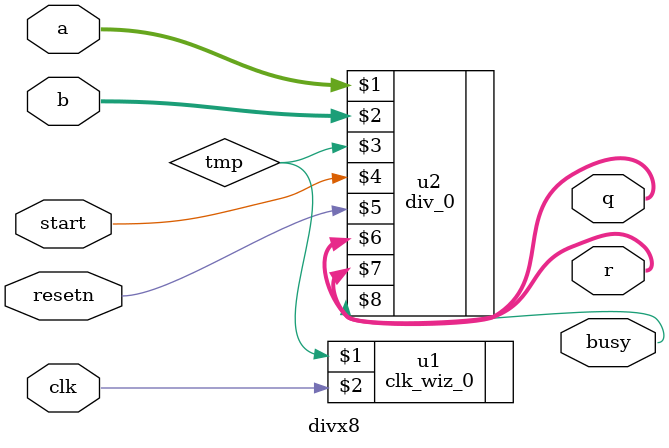
<source format=v>
`timescale 1ns / 1ps


module divx8(
    input [7:0] a, 
    input [7:0] b,
    input clk, 
    input start, 
    input resetn, 
    output [7:0] q,
    output [15:0] r,
    output busy
    );
//    module divu
//    #(parameter WIDTH = 8 )(
//    input [WIDTH-1:0] a,
//    input [WIDTH-1:0] b,
//    input clk,
//    input start,
//    input resetn,
//    output reg[ WIDTH-1:0] q,
//    output reg[ WIDTH-1:0] r,
//    output reg busy
//        );
    wire tmp;
    clk_wiz_0 u1(tmp,clk);
    div_0 u2(a,b,tmp,start,resetn,q,r,busy);
endmodule

</source>
